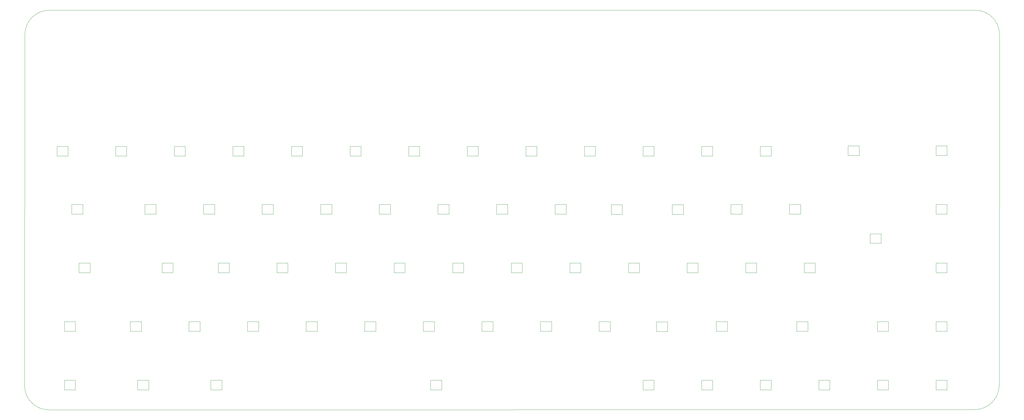
<source format=gm1>
G04 #@! TF.GenerationSoftware,KiCad,Pcbnew,(6.0.1)*
G04 #@! TF.CreationDate,2022-01-16T22:01:57-06:00*
G04 #@! TF.ProjectId,stain,73746169-6e2e-46b6-9963-61645f706362,rev?*
G04 #@! TF.SameCoordinates,Original*
G04 #@! TF.FileFunction,Profile,NP*
%FSLAX46Y46*%
G04 Gerber Fmt 4.6, Leading zero omitted, Abs format (unit mm)*
G04 Created by KiCad (PCBNEW (6.0.1)) date 2022-01-16 22:01:57*
%MOMM*%
%LPD*%
G01*
G04 APERTURE LIST*
G04 #@! TA.AperFunction,Profile*
%ADD10C,0.100000*%
G04 #@! TD*
G04 #@! TA.AperFunction,Profile*
%ADD11C,0.120000*%
G04 #@! TD*
G04 APERTURE END LIST*
D10*
X24268170Y-15502478D02*
G75*
G03*
X16330670Y-23439978I0J-7937500D01*
G01*
X24163478Y-145433295D02*
X325153478Y-145338000D01*
X333195670Y-23411750D02*
G75*
G03*
X325282830Y-15474250I-7912840J24622D01*
G01*
X16225978Y-137852045D02*
G75*
G03*
X24163478Y-145433295I7937501J364621D01*
G01*
X333090978Y-137400500D02*
X333195670Y-23411750D01*
X325153478Y-145338000D02*
G75*
G03*
X333090978Y-137400500I0J7937500D01*
G01*
X16330670Y-23439978D02*
X16225978Y-137852045D01*
X24268170Y-15502478D02*
X325282830Y-15474250D01*
D11*
G04 #@! TO.C,LED8*
X316125000Y-62700000D02*
X312525000Y-62700000D01*
X316125000Y-59600000D02*
X316125000Y-62700000D01*
X312525000Y-59600000D02*
X316125000Y-59600000D01*
X312525000Y-62700000D02*
X312525000Y-59600000D01*
G04 #@! TO.C,LED23*
X154200000Y-81750000D02*
X150600000Y-81750000D01*
X150600000Y-78650000D02*
X154200000Y-78650000D01*
X154200000Y-78650000D02*
X154200000Y-81750000D01*
X150600000Y-81750000D02*
X150600000Y-78650000D01*
G04 #@! TO.C,LED17*
X35137500Y-81750000D02*
X31537500Y-81750000D01*
X31537500Y-81750000D02*
X31537500Y-78650000D01*
X31537500Y-78650000D02*
X35137500Y-78650000D01*
X35137500Y-78650000D02*
X35137500Y-81750000D01*
G04 #@! TO.C,LED33*
X254212500Y-97700000D02*
X254212500Y-100800000D01*
X250612500Y-100800000D02*
X250612500Y-97700000D01*
X250612500Y-97700000D02*
X254212500Y-97700000D01*
X254212500Y-100800000D02*
X250612500Y-100800000D01*
G04 #@! TO.C,LED45*
X32756250Y-116750000D02*
X32756250Y-119850000D01*
X32756250Y-119850000D02*
X29156250Y-119850000D01*
X29156250Y-116750000D02*
X32756250Y-116750000D01*
X29156250Y-119850000D02*
X29156250Y-116750000D01*
G04 #@! TO.C,LED42*
X82762500Y-100800000D02*
X79162500Y-100800000D01*
X79162500Y-97700000D02*
X82762500Y-97700000D01*
X82762500Y-97700000D02*
X82762500Y-100800000D01*
X79162500Y-100800000D02*
X79162500Y-97700000D01*
G04 #@! TO.C,LED15*
X141075000Y-59771250D02*
X144675000Y-59771250D01*
X141075000Y-62871250D02*
X141075000Y-59771250D01*
X144675000Y-59771250D02*
X144675000Y-62871250D01*
X144675000Y-62871250D02*
X141075000Y-62871250D01*
G04 #@! TO.C,LED30*
X291093750Y-88175000D02*
X294693750Y-88175000D01*
X294693750Y-88175000D02*
X294693750Y-91275000D01*
X294693750Y-91275000D02*
X291093750Y-91275000D01*
X291093750Y-91275000D02*
X291093750Y-88175000D01*
G04 #@! TO.C,LED12*
X83925000Y-62871250D02*
X83925000Y-59771250D01*
X87525000Y-62871250D02*
X83925000Y-62871250D01*
X87525000Y-59771250D02*
X87525000Y-62871250D01*
X83925000Y-59771250D02*
X87525000Y-59771250D01*
G04 #@! TO.C,LED55*
X221612500Y-116843750D02*
X225212500Y-116843750D01*
X225212500Y-119943750D02*
X221612500Y-119943750D01*
X221612500Y-119943750D02*
X221612500Y-116843750D01*
X225212500Y-116843750D02*
X225212500Y-119943750D01*
G04 #@! TO.C,LED37*
X178012500Y-97700000D02*
X178012500Y-100800000D01*
X178012500Y-100800000D02*
X174412500Y-100800000D01*
X174412500Y-100800000D02*
X174412500Y-97700000D01*
X174412500Y-97700000D02*
X178012500Y-97700000D01*
G04 #@! TO.C,LED44*
X33918750Y-100800000D02*
X33918750Y-97700000D01*
X33918750Y-97700000D02*
X37518750Y-97700000D01*
X37518750Y-97700000D02*
X37518750Y-100800000D01*
X37518750Y-100800000D02*
X33918750Y-100800000D01*
G04 #@! TO.C,LED36*
X193462500Y-97700000D02*
X197062500Y-97700000D01*
X197062500Y-100800000D02*
X193462500Y-100800000D01*
X197062500Y-97700000D02*
X197062500Y-100800000D01*
X193462500Y-100800000D02*
X193462500Y-97700000D01*
G04 #@! TO.C,LED50*
X126787500Y-116750000D02*
X130387500Y-116750000D01*
X130387500Y-116750000D02*
X130387500Y-119850000D01*
X130387500Y-119850000D02*
X126787500Y-119850000D01*
X126787500Y-119850000D02*
X126787500Y-116750000D01*
G04 #@! TO.C,LED53*
X187537500Y-116750000D02*
X187537500Y-119850000D01*
X183937500Y-116750000D02*
X187537500Y-116750000D01*
X187537500Y-119850000D02*
X183937500Y-119850000D01*
X183937500Y-119850000D02*
X183937500Y-116750000D01*
G04 #@! TO.C,LED49*
X111337500Y-116750000D02*
X111337500Y-119850000D01*
X107737500Y-119850000D02*
X107737500Y-116750000D01*
X107737500Y-116750000D02*
X111337500Y-116750000D01*
X111337500Y-119850000D02*
X107737500Y-119850000D01*
G04 #@! TO.C,LED32*
X273262500Y-100800000D02*
X269662500Y-100800000D01*
X273262500Y-97700000D02*
X273262500Y-100800000D01*
X269662500Y-100800000D02*
X269662500Y-97700000D01*
X269662500Y-97700000D02*
X273262500Y-97700000D01*
G04 #@! TO.C,LED11*
X64875000Y-59771250D02*
X68475000Y-59771250D01*
X68475000Y-62871250D02*
X64875000Y-62871250D01*
X64875000Y-62871250D02*
X64875000Y-59771250D01*
X68475000Y-59771250D02*
X68475000Y-62871250D01*
G04 #@! TO.C,LED40*
X120862500Y-100800000D02*
X117262500Y-100800000D01*
X117262500Y-100800000D02*
X117262500Y-97700000D01*
X117262500Y-97700000D02*
X120862500Y-97700000D01*
X120862500Y-97700000D02*
X120862500Y-100800000D01*
G04 #@! TO.C,LED31*
X312525000Y-97700000D02*
X316125000Y-97700000D01*
X312525000Y-100800000D02*
X312525000Y-97700000D01*
X316125000Y-97700000D02*
X316125000Y-100800000D01*
X316125000Y-100800000D02*
X312525000Y-100800000D01*
G04 #@! TO.C,LED34*
X231562500Y-97700000D02*
X235162500Y-97700000D01*
X235162500Y-100800000D02*
X231562500Y-100800000D01*
X235162500Y-97700000D02*
X235162500Y-100800000D01*
X231562500Y-100800000D02*
X231562500Y-97700000D01*
G04 #@! TO.C,LED13*
X102975000Y-62871250D02*
X102975000Y-59771250D01*
X106575000Y-62871250D02*
X102975000Y-62871250D01*
X106575000Y-59771250D02*
X106575000Y-62871250D01*
X102975000Y-59771250D02*
X106575000Y-59771250D01*
G04 #@! TO.C,LED58*
X297075000Y-119850000D02*
X293475000Y-119850000D01*
X293475000Y-116750000D02*
X297075000Y-116750000D01*
X293475000Y-119850000D02*
X293475000Y-116750000D01*
X297075000Y-116750000D02*
X297075000Y-119850000D01*
G04 #@! TO.C,LED29*
X264900000Y-81750000D02*
X264900000Y-78650000D01*
X268500000Y-78650000D02*
X268500000Y-81750000D01*
X264900000Y-78650000D02*
X268500000Y-78650000D01*
X268500000Y-81750000D02*
X264900000Y-81750000D01*
G04 #@! TO.C,LED65*
X239925000Y-135800000D02*
X239925000Y-138900000D01*
X236325000Y-135800000D02*
X239925000Y-135800000D01*
X239925000Y-138900000D02*
X236325000Y-138900000D01*
X236325000Y-138900000D02*
X236325000Y-135800000D01*
G04 #@! TO.C,LED48*
X92287500Y-119850000D02*
X88687500Y-119850000D01*
X88687500Y-116750000D02*
X92287500Y-116750000D01*
X92287500Y-116750000D02*
X92287500Y-119850000D01*
X88687500Y-119850000D02*
X88687500Y-116750000D01*
G04 #@! TO.C,LED16*
X312525000Y-81750000D02*
X312525000Y-78650000D01*
X316125000Y-78650000D02*
X316125000Y-81750000D01*
X312525000Y-78650000D02*
X316125000Y-78650000D01*
X316125000Y-81750000D02*
X312525000Y-81750000D01*
G04 #@! TO.C,LED19*
X78000000Y-81750000D02*
X74400000Y-81750000D01*
X74400000Y-78650000D02*
X78000000Y-78650000D01*
X78000000Y-78650000D02*
X78000000Y-81750000D01*
X74400000Y-81750000D02*
X74400000Y-78650000D01*
G04 #@! TO.C,LED2*
X182775000Y-59771250D02*
X182775000Y-62871250D01*
X182775000Y-62871250D02*
X179175000Y-62871250D01*
X179175000Y-62871250D02*
X179175000Y-59771250D01*
X179175000Y-59771250D02*
X182775000Y-59771250D01*
G04 #@! TO.C,LED5*
X239925000Y-59771250D02*
X239925000Y-62871250D01*
X236325000Y-59771250D02*
X239925000Y-59771250D01*
X236325000Y-62871250D02*
X236325000Y-59771250D01*
X239925000Y-62871250D02*
X236325000Y-62871250D01*
G04 #@! TO.C,LED43*
X64506250Y-100800000D02*
X60906250Y-100800000D01*
X64506250Y-97700000D02*
X64506250Y-100800000D01*
X60906250Y-100800000D02*
X60906250Y-97700000D01*
X60906250Y-97700000D02*
X64506250Y-97700000D01*
G04 #@! TO.C,LED6*
X258975000Y-59771250D02*
X258975000Y-62871250D01*
X255375000Y-59771250D02*
X258975000Y-59771250D01*
X258975000Y-62871250D02*
X255375000Y-62871250D01*
X255375000Y-62871250D02*
X255375000Y-59771250D01*
G04 #@! TO.C,LED14*
X125625000Y-59771250D02*
X125625000Y-62871250D01*
X122025000Y-59771250D02*
X125625000Y-59771250D01*
X125625000Y-62871250D02*
X122025000Y-62871250D01*
X122025000Y-62871250D02*
X122025000Y-59771250D01*
G04 #@! TO.C,LED66*
X258975000Y-135800000D02*
X258975000Y-138900000D01*
X258975000Y-138900000D02*
X255375000Y-138900000D01*
X255375000Y-135800000D02*
X258975000Y-135800000D01*
X255375000Y-138900000D02*
X255375000Y-135800000D01*
G04 #@! TO.C,LED28*
X249450000Y-78650000D02*
X249450000Y-81750000D01*
X245850000Y-78650000D02*
X249450000Y-78650000D01*
X245850000Y-81750000D02*
X245850000Y-78650000D01*
X249450000Y-81750000D02*
X245850000Y-81750000D01*
G04 #@! TO.C,LED4*
X217275000Y-59771250D02*
X220875000Y-59771250D01*
X220875000Y-59771250D02*
X220875000Y-62871250D01*
X217275000Y-62871250D02*
X217275000Y-59771250D01*
X220875000Y-62871250D02*
X217275000Y-62871250D01*
G04 #@! TO.C,LED10*
X45825000Y-59771250D02*
X49425000Y-59771250D01*
X49425000Y-62871250D02*
X45825000Y-62871250D01*
X49425000Y-59771250D02*
X49425000Y-62871250D01*
X45825000Y-62871250D02*
X45825000Y-59771250D01*
G04 #@! TO.C,LED22*
X131550000Y-78650000D02*
X135150000Y-78650000D01*
X135150000Y-78650000D02*
X135150000Y-81750000D01*
X135150000Y-81750000D02*
X131550000Y-81750000D01*
X131550000Y-81750000D02*
X131550000Y-78650000D01*
G04 #@! TO.C,LED60*
X29156250Y-138900000D02*
X29156250Y-135800000D01*
X32756250Y-138900000D02*
X29156250Y-138900000D01*
X29156250Y-135800000D02*
X32756250Y-135800000D01*
X32756250Y-135800000D02*
X32756250Y-138900000D01*
G04 #@! TO.C,LED7*
X283950000Y-62700000D02*
X283950000Y-59600000D01*
X283950000Y-59600000D02*
X287550000Y-59600000D01*
X287550000Y-59600000D02*
X287550000Y-62700000D01*
X287550000Y-62700000D02*
X283950000Y-62700000D01*
G04 #@! TO.C,LED21*
X112500000Y-78650000D02*
X116100000Y-78650000D01*
X116100000Y-81750000D02*
X112500000Y-81750000D01*
X112500000Y-81750000D02*
X112500000Y-78650000D01*
X116100000Y-78650000D02*
X116100000Y-81750000D01*
G04 #@! TO.C,LED51*
X145837500Y-119850000D02*
X145837500Y-116750000D01*
X145837500Y-116750000D02*
X149437500Y-116750000D01*
X149437500Y-119850000D02*
X145837500Y-119850000D01*
X149437500Y-116750000D02*
X149437500Y-119850000D01*
G04 #@! TO.C,LED62*
X76781250Y-135800000D02*
X80381250Y-135800000D01*
X80381250Y-135800000D02*
X80381250Y-138900000D01*
X80381250Y-138900000D02*
X76781250Y-138900000D01*
X76781250Y-138900000D02*
X76781250Y-135800000D01*
G04 #@! TO.C,LED61*
X52968750Y-135800000D02*
X56568750Y-135800000D01*
X56568750Y-138900000D02*
X52968750Y-138900000D01*
X56568750Y-135800000D02*
X56568750Y-138900000D01*
X52968750Y-138900000D02*
X52968750Y-135800000D01*
G04 #@! TO.C,LED25*
X192300000Y-78650000D02*
X192300000Y-81750000D01*
X192300000Y-81750000D02*
X188700000Y-81750000D01*
X188700000Y-78650000D02*
X192300000Y-78650000D01*
X188700000Y-81750000D02*
X188700000Y-78650000D01*
G04 #@! TO.C,LED27*
X226800000Y-81843750D02*
X226800000Y-78743750D01*
X230400000Y-81843750D02*
X226800000Y-81843750D01*
X226800000Y-78743750D02*
X230400000Y-78743750D01*
X230400000Y-78743750D02*
X230400000Y-81843750D01*
G04 #@! TO.C,LED63*
X151818750Y-135800000D02*
X151818750Y-138900000D01*
X148218750Y-138900000D02*
X148218750Y-135800000D01*
X151818750Y-138900000D02*
X148218750Y-138900000D01*
X148218750Y-135800000D02*
X151818750Y-135800000D01*
G04 #@! TO.C,LED38*
X155362500Y-100800000D02*
X155362500Y-97700000D01*
X155362500Y-97700000D02*
X158962500Y-97700000D01*
X158962500Y-97700000D02*
X158962500Y-100800000D01*
X158962500Y-100800000D02*
X155362500Y-100800000D01*
G04 #@! TO.C,LED46*
X54187500Y-119850000D02*
X50587500Y-119850000D01*
X54187500Y-116750000D02*
X54187500Y-119850000D01*
X50587500Y-119850000D02*
X50587500Y-116750000D01*
X50587500Y-116750000D02*
X54187500Y-116750000D01*
G04 #@! TO.C,LED35*
X212512500Y-97700000D02*
X216112500Y-97700000D01*
X212512500Y-100800000D02*
X212512500Y-97700000D01*
X216112500Y-100800000D02*
X212512500Y-100800000D01*
X216112500Y-97700000D02*
X216112500Y-100800000D01*
G04 #@! TO.C,LED1*
X163725000Y-62871250D02*
X160125000Y-62871250D01*
X163725000Y-59771250D02*
X163725000Y-62871250D01*
X160125000Y-59771250D02*
X163725000Y-59771250D01*
X160125000Y-62871250D02*
X160125000Y-59771250D01*
G04 #@! TO.C,LED59*
X316125000Y-116750000D02*
X316125000Y-119850000D01*
X312525000Y-119850000D02*
X312525000Y-116750000D01*
X316125000Y-119850000D02*
X312525000Y-119850000D01*
X312525000Y-116750000D02*
X316125000Y-116750000D01*
G04 #@! TO.C,LED41*
X98212500Y-97700000D02*
X101812500Y-97700000D01*
X98212500Y-100800000D02*
X98212500Y-97700000D01*
X101812500Y-97700000D02*
X101812500Y-100800000D01*
X101812500Y-100800000D02*
X98212500Y-100800000D01*
G04 #@! TO.C,LED47*
X73237500Y-116750000D02*
X73237500Y-119850000D01*
X69637500Y-116750000D02*
X73237500Y-116750000D01*
X73237500Y-119850000D02*
X69637500Y-119850000D01*
X69637500Y-119850000D02*
X69637500Y-116750000D01*
G04 #@! TO.C,LED26*
X206956250Y-78743750D02*
X210556250Y-78743750D01*
X206956250Y-81843750D02*
X206956250Y-78743750D01*
X210556250Y-81843750D02*
X206956250Y-81843750D01*
X210556250Y-78743750D02*
X210556250Y-81843750D01*
G04 #@! TO.C,LED69*
X316125000Y-138900000D02*
X312525000Y-138900000D01*
X312525000Y-135800000D02*
X316125000Y-135800000D01*
X312525000Y-138900000D02*
X312525000Y-135800000D01*
X316125000Y-135800000D02*
X316125000Y-138900000D01*
G04 #@! TO.C,LED24*
X173250000Y-78650000D02*
X173250000Y-81750000D01*
X169650000Y-78650000D02*
X173250000Y-78650000D01*
X169650000Y-81750000D02*
X169650000Y-78650000D01*
X173250000Y-81750000D02*
X169650000Y-81750000D01*
G04 #@! TO.C,LED54*
X202987500Y-119850000D02*
X202987500Y-116750000D01*
X202987500Y-116750000D02*
X206587500Y-116750000D01*
X206587500Y-116750000D02*
X206587500Y-119850000D01*
X206587500Y-119850000D02*
X202987500Y-119850000D01*
G04 #@! TO.C,LED9*
X26775000Y-59771250D02*
X30375000Y-59771250D01*
X30375000Y-59771250D02*
X30375000Y-62871250D01*
X30375000Y-62871250D02*
X26775000Y-62871250D01*
X26775000Y-62871250D02*
X26775000Y-59771250D01*
G04 #@! TO.C,LED20*
X93450000Y-78650000D02*
X97050000Y-78650000D01*
X93450000Y-81750000D02*
X93450000Y-78650000D01*
X97050000Y-78650000D02*
X97050000Y-81750000D01*
X97050000Y-81750000D02*
X93450000Y-81750000D01*
G04 #@! TO.C,LED64*
X220875000Y-135800000D02*
X220875000Y-138900000D01*
X220875000Y-138900000D02*
X217275000Y-138900000D01*
X217275000Y-135800000D02*
X220875000Y-135800000D01*
X217275000Y-138900000D02*
X217275000Y-135800000D01*
G04 #@! TO.C,LED18*
X55350000Y-81750000D02*
X55350000Y-78650000D01*
X58950000Y-78650000D02*
X58950000Y-81750000D01*
X55350000Y-78650000D02*
X58950000Y-78650000D01*
X58950000Y-81750000D02*
X55350000Y-81750000D01*
G04 #@! TO.C,LED3*
X201825000Y-62871250D02*
X198225000Y-62871250D01*
X198225000Y-59771250D02*
X201825000Y-59771250D01*
X201825000Y-59771250D02*
X201825000Y-62871250D01*
X198225000Y-62871250D02*
X198225000Y-59771250D01*
G04 #@! TO.C,LED67*
X278025000Y-135800000D02*
X278025000Y-138900000D01*
X278025000Y-138900000D02*
X274425000Y-138900000D01*
X274425000Y-135800000D02*
X278025000Y-135800000D01*
X274425000Y-138900000D02*
X274425000Y-135800000D01*
G04 #@! TO.C,LED39*
X136312500Y-97700000D02*
X139912500Y-97700000D01*
X139912500Y-97700000D02*
X139912500Y-100800000D01*
X139912500Y-100800000D02*
X136312500Y-100800000D01*
X136312500Y-100800000D02*
X136312500Y-97700000D01*
G04 #@! TO.C,LED68*
X293475000Y-138900000D02*
X293475000Y-135800000D01*
X297075000Y-135800000D02*
X297075000Y-138900000D01*
X293475000Y-135800000D02*
X297075000Y-135800000D01*
X297075000Y-138900000D02*
X293475000Y-138900000D01*
G04 #@! TO.C,LED56*
X241087500Y-119850000D02*
X241087500Y-116750000D01*
X244687500Y-119850000D02*
X241087500Y-119850000D01*
X241087500Y-116750000D02*
X244687500Y-116750000D01*
X244687500Y-116750000D02*
X244687500Y-119850000D01*
G04 #@! TO.C,LED52*
X164887500Y-119850000D02*
X164887500Y-116750000D01*
X168487500Y-116750000D02*
X168487500Y-119850000D01*
X164887500Y-116750000D02*
X168487500Y-116750000D01*
X168487500Y-119850000D02*
X164887500Y-119850000D01*
G04 #@! TO.C,LED57*
X270881250Y-116750000D02*
X270881250Y-119850000D01*
X267281250Y-119850000D02*
X267281250Y-116750000D01*
X267281250Y-116750000D02*
X270881250Y-116750000D01*
X270881250Y-119850000D02*
X267281250Y-119850000D01*
G04 #@! TD*
M02*

</source>
